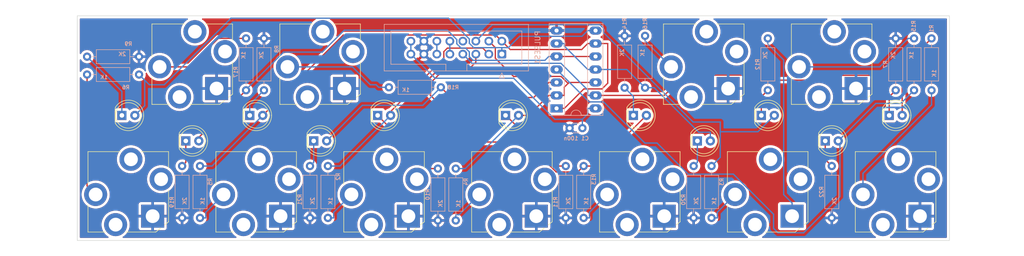
<source format=kicad_pcb>
(kicad_pcb (version 20211014) (generator pcbnew)
  (layers (0 "F.Cu" signal) (31 "B.Cu" signal) (34 "B.Paste" user) (35 "F.Paste" user) (36 "B.SilkS" user "B.Silkscreen") (37 "F.SilkS" user "F.Silkscreen") (38 "B.Mask" user) (39 "F.Mask" user) (44 "Edge.Cuts" user))
  (net 0 "")
  (net 1 "/+12V")
  (net 2 "GND")
  (net 3 "Net-(D1-Pad1)")
  (net 4 "/PULSE7")
  (net 5 "Net-(D2-Pad1)")
  (net 6 "/PULSE4")
  (net 7 "Net-(D3-Pad1)")
  (net 8 "/PULSE2")
  (net 9 "Net-(D4-Pad1)")
  (net 10 "/PULSE1")
  (net 11 "Net-(D5-Pad1)")
  (net 12 "/PULSE3")
  (net 13 "Net-(D6-Pad1)")
  (net 14 "/PULSE6")
  (net 15 "Net-(D7-Pad1)")
  (net 16 "/PULSE5")
  (net 17 "Net-(D8-Pad1)")
  (net 18 "Net-(D8-Pad2)")
  (net 19 "Net-(D9-Pad1)")
  (net 20 "Net-(D9-Pad2)")
  (net 21 "Net-(D10-Pad1)")
  (net 22 "Net-(D10-Pad2)")
  (net 23 "Net-(D11-Pad1)")
  (net 24 "Net-(D11-Pad2)")
  (net 25 "Net-(J1-PadT)")
  (net 26 "Net-(J1-PadS)")
  (net 27 "Net-(J2-PadT)")
  (net 28 "Net-(J3-PadT)")
  (net 29 "Net-(J4-PadT)")
  (net 30 "Net-(J5-PadT)")
  (net 31 "Net-(J6-PadT)")
  (net 32 "Net-(J7-PadT)")
  (net 33 "Net-(J8-PadT)")
  (net 34 "Net-(J9-PadT)")
  (net 35 "Net-(J10-PadT)")
  (net 36 "Net-(J11-PadT)")
  (net 37 "/PULSE8")
  (net 38 "/BUFFCLK")
  (net 39 "/-12V")
  (footprint "ao_tht:LED_D5.0mm" (layer "F.Cu") (at 86.225 127.5)
    (fp_text reference "D8" hide)
    (fp_text value "LED12")
    (pad "1" thru_hole rect locked (at 0 0) (size 1.8 1.8) (drill 0.9) (layers *.Cu *.Mask) (net 17 "Net-(D8-Pad1)"))
    (pad "2" thru_hole circle locked (at 2.54 0) (size 1.8 1.8) (drill 0.9) (layers *.Cu *.Mask) (net 18 "Net-(D8-Pad2)"))
  )
  (footprint "ao_tht:Jack_6.35mm_PJ_629HAN" (layer "F.Cu") (at 125 137.5)
    (fp_text reference "J5" hide)
    (fp_text value "OUT3")
    (pad "R" thru_hole circle locked (at 0.5 -6.4) (size 4.500001 4.500001) (drill 2.7) (layers *.Cu *.Mask))
    (pad "RN" thru_hole circle locked (at 6.4 -2.5) (size 4.500001 4.500001) (drill 2.7) (layers *.Cu *.Mask))
    (pad "S" thru_hole rect locked (at 4.74 4.74) (size 4.500001 4.500001) (drill 2.7) (layers *.Cu *.Mask) (net 2 "GND"))
    (pad "T" thru_hole circle locked (at -6.4 0.5) (size 4.5 4.5) (drill 2.7) (layers *.Cu *.Mask) (net 30 "Net-(J5-PadT)"))
    (pad "TN" thru_hole circle locked (at -2.5 6.4) (size 4.5 4.5) (drill 2.7) (layers *.Cu *.Mask))
  )
  (footprint "ao_tht:LED_D5.0mm" (layer "F.Cu") (at 148.725 122.5)
    (fp_text reference "D2" hide)
    (fp_text value "LED4")
    (pad "1" thru_hole rect locked (at 0 0) (size 1.8 1.8) (drill 0.9) (layers *.Cu *.Mask) (net 5 "Net-(D2-Pad1)"))
    (pad "2" thru_hole circle locked (at 2.54 0) (size 1.8 1.8) (drill 0.9) (layers *.Cu *.Mask) (net 6 "/PULSE4"))
  )
  (footprint "ao_tht:Jack_6.35mm_PJ_629HAN" (layer "F.Cu") (at 75 137.5)
    (fp_text reference "J4" hide)
    (fp_text value "OUT1")
    (pad "R" thru_hole circle locked (at 0.5 -6.4) (size 4.500001 4.500001) (drill 2.7) (layers *.Cu *.Mask))
    (pad "RN" thru_hole circle locked (at 6.4 -2.5) (size 4.500001 4.500001) (drill 2.7) (layers *.Cu *.Mask))
    (pad "S" thru_hole rect locked (at 4.74 4.74) (size 4.500001 4.500001) (drill 2.7) (layers *.Cu *.Mask) (net 2 "GND"))
    (pad "T" thru_hole circle locked (at -6.4 0.5) (size 4.5 4.5) (drill 2.7) (layers *.Cu *.Mask) (net 29 "Net-(J4-PadT)"))
    (pad "TN" thru_hole circle locked (at -2.5 6.4) (size 4.5 4.5) (drill 2.7) (layers *.Cu *.Mask))
  )
  (footprint "ao_tht:Jack_6.35mm_PJ_629HAN" (layer "F.Cu") (at 100 137.5)
    (fp_text reference "J3" hide)
    (fp_text value "OUT2")
    (pad "R" thru_hole circle locked (at 0.5 -6.4) (size 4.500001 4.500001) (drill 2.7) (layers *.Cu *.Mask))
    (pad "RN" thru_hole circle locked (at 6.4 -2.5) (size 4.500001 4.500001) (drill 2.7) (layers *.Cu *.Mask))
    (pad "S" thru_hole rect locked (at 4.74 4.74) (size 4.500001 4.500001) (drill 2.7) (layers *.Cu *.Mask) (net 2 "GND"))
    (pad "T" thru_hole circle locked (at -6.4 0.5) (size 4.5 4.5) (drill 2.7) (layers *.Cu *.Mask) (net 28 "Net-(J3-PadT)"))
    (pad "TN" thru_hole circle locked (at -2.5 6.4) (size 4.5 4.5) (drill 2.7) (layers *.Cu *.Mask))
  )
  (footprint "ao_tht:Jack_6.35mm_PJ_629HAN" (layer "F.Cu") (at 112.5 112.5)
    (fp_text reference "J11" hide)
    (fp_text value "OUT24")
    (pad "R" thru_hole circle locked (at 0.5 -6.4) (size 4.500001 4.500001) (drill 2.7) (layers *.Cu *.Mask))
    (pad "RN" thru_hole circle locked (at 6.4 -2.5) (size 4.500001 4.500001) (drill 2.7) (layers *.Cu *.Mask))
    (pad "S" thru_hole rect locked (at 4.74 4.74) (size 4.500001 4.500001) (drill 2.7) (layers *.Cu *.Mask) (net 2 "GND"))
    (pad "T" thru_hole circle locked (at -6.4 0.5) (size 4.5 4.5) (drill 2.7) (layers *.Cu *.Mask) (net 36 "Net-(J11-PadT)"))
    (pad "TN" thru_hole circle locked (at -2.5 6.4) (size 4.5 4.5) (drill 2.7) (layers *.Cu *.Mask))
  )
  (footprint "ao_tht:LED_D5.0mm" (layer "F.Cu") (at 173.725 122.5)
    (fp_text reference "D7" hide)
    (fp_text value "LED5")
    (pad "1" thru_hole rect locked (at 0 0) (size 1.8 1.8) (drill 0.9) (layers *.Cu *.Mask) (net 15 "Net-(D7-Pad1)"))
    (pad "2" thru_hole circle locked (at 2.54 0) (size 1.8 1.8) (drill 0.9) (layers *.Cu *.Mask) (net 16 "/PULSE5"))
  )
  (footprint "ao_tht:Jack_6.35mm_PJ_629HAN" (layer "F.Cu") (at 87.5 112.5)
    (fp_text reference "J10" hide)
    (fp_text value "OUT12")
    (pad "R" thru_hole circle locked (at 0.5 -6.4) (size 4.500001 4.500001) (drill 2.7) (layers *.Cu *.Mask))
    (pad "RN" thru_hole circle locked (at 6.4 -2.5) (size 4.500001 4.500001) (drill 2.7) (layers *.Cu *.Mask))
    (pad "S" thru_hole rect locked (at 4.74 4.74) (size 4.500001 4.500001) (drill 2.7) (layers *.Cu *.Mask) (net 2 "GND"))
    (pad "T" thru_hole circle locked (at -6.4 0.5) (size 4.5 4.5) (drill 2.7) (layers *.Cu *.Mask) (net 35 "Net-(J10-PadT)"))
    (pad "TN" thru_hole circle locked (at -2.5 6.4) (size 4.5 4.5) (drill 2.7) (layers *.Cu *.Mask))
  )
  (footprint "ao_tht:LED_D5.0mm" (layer "F.Cu") (at 211.225 127.5)
    (fp_text reference "D10" hide)
    (fp_text value "LED1247")
    (pad "1" thru_hole rect locked (at 0 0) (size 1.8 1.8) (drill 0.9) (layers *.Cu *.Mask) (net 21 "Net-(D10-Pad1)"))
    (pad "2" thru_hole circle locked (at 2.54 0) (size 1.8 1.8) (drill 0.9) (layers *.Cu *.Mask) (net 22 "Net-(D10-Pad2)"))
  )
  (footprint "ao_tht:Jack_6.35mm_PJ_629HAN" (layer "F.Cu") (at 212.5 112.5)
    (fp_text reference "J8" hide)
    (fp_text value "1247")
    (pad "R" thru_hole circle locked (at 0.5 -6.4) (size 4.500001 4.500001) (drill 2.7) (layers *.Cu *.Mask))
    (pad "RN" thru_hole circle locked (at 6.4 -2.5) (size 4.500001 4.500001) (drill 2.7) (layers *.Cu *.Mask))
    (pad "S" thru_hole rect locked (at 4.74 4.74) (size 4.500001 4.500001) (drill 2.7) (layers *.Cu *.Mask) (net 2 "GND"))
    (pad "T" thru_hole circle locked (at -6.4 0.5) (size 4.5 4.5) (drill 2.7) (layers *.Cu *.Mask) (net 33 "Net-(J8-PadT)"))
    (pad "TN" thru_hole circle locked (at -2.5 6.4) (size 4.5 4.5) (drill 2.7) (layers *.Cu *.Mask))
  )
  (footprint "ao_tht:Jack_6.35mm_PJ_629HAN" (layer "F.Cu") (at 187.5 112.5)
    (fp_text reference "J9" hide)
    (fp_text value "OUT47")
    (pad "R" thru_hole circle locked (at 0.5 -6.4) (size 4.500001 4.500001) (drill 2.7) (layers *.Cu *.Mask))
    (pad "RN" thru_hole circle locked (at 6.4 -2.5) (size 4.500001 4.500001) (drill 2.7) (layers *.Cu *.Mask))
    (pad "S" thru_hole rect locked (at 4.74 4.74) (size 4.500001 4.500001) (drill 2.7) (layers *.Cu *.Mask) (net 2 "GND"))
    (pad "T" thru_hole circle locked (at -6.4 0.5) (size 4.5 4.5) (drill 2.7) (layers *.Cu *.Mask) (net 34 "Net-(J9-PadT)"))
    (pad "TN" thru_hole circle locked (at -2.5 6.4) (size 4.5 4.5) (drill 2.7) (layers *.Cu *.Mask))
  )
  (footprint "ao_tht:LED_D5.0mm" (layer "F.Cu") (at 223.725 122.5)
    (fp_text reference "D1" hide)
    (fp_text value "LED7")
    (pad "1" thru_hole rect locked (at 0 0) (size 1.8 1.8) (drill 0.9) (layers *.Cu *.Mask) (net 3 "Net-(D1-Pad1)"))
    (pad "2" thru_hole circle locked (at 2.54 0) (size 1.8 1.8) (drill 0.9) (layers *.Cu *.Mask) (net 4 "/PULSE7"))
  )
  (footprint "ao_tht:LED_D5.0mm" (layer "F.Cu") (at 186.225 127.5)
    (fp_text reference "D11" hide)
    (fp_text value "LED47")
    (pad "1" thru_hole rect locked (at 0 0) (size 1.8 1.8) (drill 0.9) (layers *.Cu *.Mask) (net 23 "Net-(D11-Pad1)"))
    (pad "2" thru_hole circle locked (at 2.54 0) (size 1.8 1.8) (drill 0.9) (layers *.Cu *.Mask) (net 24 "Net-(D11-Pad2)"))
  )
  (footprint "ao_tht:Jack_6.35mm_PJ_629HAN" (layer "F.Cu") (at 150 137.5)
    (fp_text reference "J2" hide)
    (fp_text value "OUT4")
    (pad "R" thru_hole circle locked (at 0.5 -6.4) (size 4.500001 4.500001) (drill 2.7) (layers *.Cu *.Mask))
    (pad "RN" thru_hole circle locked (at 6.4 -2.5) (size 4.500001 4.500001) (drill 2.7) (layers *.Cu *.Mask))
    (pad "S" thru_hole rect locked (at 4.74 4.74) (size 4.500001 4.500001) (drill 2.7) (layers *.Cu *.Mask) (net 2 "GND"))
    (pad "T" thru_hole circle locked (at -6.4 0.5) (size 4.5 4.5) (drill 2.7) (layers *.Cu *.Mask) (net 27 "Net-(J2-PadT)"))
    (pad "TN" thru_hole circle locked (at -2.5 6.4) (size 4.5 4.5) (drill 2.7) (layers *.Cu *.Mask))
  )
  (footprint "ao_tht:LED_D5.0mm" (layer "F.Cu") (at 98.725 122.5)
    (fp_text reference "D3" hide)
    (fp_text value "LED2")
    (pad "1" thru_hole rect locked (at 0 0) (size 1.8 1.8) (drill 0.9) (layers *.Cu *.Mask) (net 7 "Net-(D3-Pad1)"))
    (pad "2" thru_hole circle locked (at 2.54 0) (size 1.8 1.8) (drill 0.9) (layers *.Cu *.Mask) (net 8 "/PULSE2"))
  )
  (footprint "ao_tht:LED_D5.0mm" (layer "F.Cu") (at 111.225 127.5)
    (fp_text reference "D9" hide)
    (fp_text value "LED24")
    (pad "1" thru_hole rect locked (at 0 0) (size 1.8 1.8) (drill 0.9) (layers *.Cu *.Mask) (net 19 "Net-(D9-Pad1)"))
    (pad "2" thru_hole circle locked (at 2.54 0) (size 1.8 1.8) (drill 0.9) (layers *.Cu *.Mask) (net 20 "Net-(D9-Pad2)"))
  )
  (footprint "ao_tht:Jack_6.35mm_PJ_629HAN" (layer "F.Cu") (at 175 137.5)
    (fp_text reference "J7" hide)
    (fp_text value "OUT5")
    (pad "R" thru_hole circle locked (at 0.5 -6.4) (size 4.500001 4.500001) (drill 2.7) (layers *.Cu *.Mask))
    (pad "RN" thru_hole circle locked (at 6.4 -2.5) (size 4.500001 4.500001) (drill 2.7) (layers *.Cu *.Mask))
    (pad "S" thru_hole rect locked (at 4.74 4.74) (size 4.500001 4.500001) (drill 2.7) (layers *.Cu *.Mask) (net 2 "GND"))
    (pad "T" thru_hole circle locked (at -6.4 0.5) (size 4.5 4.5) (drill 2.7) (layers *.Cu *.Mask) (net 32 "Net-(J7-PadT)"))
    (pad "TN" thru_hole circle locked (at -2.5 6.4) (size 4.5 4.5) (drill 2.7) (layers *.Cu *.Mask))
  )
  (footprint "ao_tht:Jack_6.35mm_PJ_629HAN" (layer "F.Cu") (at 200 137.5)
    (fp_text reference "J1" hide)
    (fp_text value "OUT6")
    (pad "R" thru_hole circle locked (at 0.5 -6.4) (size 4.500001 4.500001) (drill 2.7) (layers *.Cu *.Mask))
    (pad "RN" thru_hole circle locked (at 6.4 -2.5) (size 4.500001 4.500001) (drill 2.7) (layers *.Cu *.Mask))
    (pad "S" thru_hole rect locked (at 4.74 4.74) (size 4.500001 4.500001) (drill 2.7) (layers *.Cu *.Mask) (net 26 "Net-(J1-PadS)"))
    (pad "T" thru_hole circle locked (at -6.4 0.5) (size 4.5 4.5) (drill 2.7) (layers *.Cu *.Mask) (net 25 "Net-(J1-PadT)"))
    (pad "TN" thru_hole circle locked (at -2.5 6.4) (size 4.5 4.5) (drill 2.7) (layers *.Cu *.Mask))
  )
  (footprint "ao_tht:Jack_6.35mm_PJ_629HAN" (layer "F.Cu") (at 225 137.5)
    (fp_text reference "J6" hide)
    (fp_text value "OUT7")
    (pad "R" thru_hole circle locked (at 0.5 -6.4) (size 4.500001 4.500001) (drill 2.7) (layers *.Cu *.Mask))
    (pad "RN" thru_hole circle locked (at 6.4 -2.5) (size 4.500001 4.500001) (drill 2.7) (layers *.Cu *.Mask))
    (pad "S" thru_hole rect locked (at 4.74 4.74) (size 4.500001 4.500001) (drill 2.7) (layers *.Cu *.Mask) (net 2 "GND"))
    (pad "T" thru_hole circle locked (at -6.4 0.5) (size 4.5 4.5) (drill 2.7) (layers *.Cu *.Mask) (net 31 "Net-(J6-PadT)"))
    (pad "TN" thru_hole circle locked (at -2.5 6.4) (size 4.5 4.5) (drill 2.7) (layers *.Cu *.Mask))
  )
  (footprint "ao_tht:LED_D5.0mm" (layer "F.Cu") (at 73.725 122.5)
    (fp_text reference "D4" hide)
    (fp_text value "LED1")
    (pad "1" thru_hole rect locked (at 0 0) (size 1.8 1.8) (drill 0.9) (layers *.Cu *.Mask) (net 9 "Net-(D4-Pad1)"))
    (pad "2" thru_hole circle locked (at 2.54 0) (size 1.8 1.8) (drill 0.9) (layers *.Cu *.Mask) (net 10 "/PULSE1"))
  )
  (footprint "ao_tht:LED_D5.0mm" (layer "F.Cu") (at 198.725 122.5)
    (fp_text reference "D6" hide)
    (fp_text value "LED6")
    (pad "1" thru_hole rect locked (at 0 0) (size 1.8 1.8) (drill 0.9) (layers *.Cu *.Mask) (net 13 "Net-(D6-Pad1)"))
    (pad "2" thru_hole circle locked (at 2.54 0) (size 1.8 1.8) (drill 0.9) (layers *.Cu *.Mask) (net 14 "/PULSE6"))
  )
  (footprint "ao_tht:LED_D5.0mm" (layer "F.Cu") (at 123.725 122.5)
    (fp_text reference "D5" hide)
    (fp_text value "LED3")
    (pad "1" thru_hole rect locked (at 0 0) (size 1.8 1.8) (drill 0.9) (layers *.Cu *.Mask) (net 11 "Net-(D5-Pad1)"))
    (pad "2" thru_hole circle locked (at 2.54 0) (size 1.8 1.8) (drill 0.9) (layers *.Cu *.Mask) (net 12 "/PULSE3"))
  )
  (footprint "ao_tht:R_Axial_DIN0207_L6.3mm_D2.5mm_P10.16mm_Horizontal" (layer "B.Cu") (at 85.5 132.42 -90)
    (fp_text reference "R19" (at 7.08 2 90) (layer "B.SilkS") (effects (font (size 0.75 0.75)) (justify mirror)))
    (fp_text value "2K" hide)
    (fp_text user "${VALUE}" (at 6.858 -0.508 90) (layer "B.SilkS") (effects (font (size 0.75 0.75)) (justify mirror)))
    (pad "1" thru_hole circle (at 0 0 270) (size 1.6 1.6) (drill 0.8) (layers *.Cu *.Mask) (net 17 "Net-(D8-Pad1)"))
    (pad "2" thru_hole oval (at 10.16 0 270) (size 1.6 1.6) (drill 0.8) (layers *.Cu *.Mask) (net 2 "GND"))
  )
  (footprint "ao_tht:R_Axial_DIN0207_L6.3mm_D2.5mm_P10.16mm_Horizontal" (layer "B.Cu") (at 66.92 111)
    (fp_text reference "R9" (at 8.08 -2.5) (layer "B.SilkS") (effects (font (size 0.75 0.75)) (justify mirror)))
    (fp_text value "2K" hide)
    (fp_text user "${VALUE}" (at 6.858 -0.508) (layer "B.SilkS") (effects (font (size 0.75 0.75)) (justify mirror)))
    (pad "1" thru_hole circle (at 0 0) (size 1.6 1.6) (drill 0.8) (layers *.Cu *.Mask) (net 9 "Net-(D4-Pad1)"))
    (pad "2" thru_hole oval (at 10.16 0) (size 1.6 1.6) (drill 0.8) (layers *.Cu *.Mask) (net 2 "GND"))
  )
  (footprint "ao_tht:R_Axial_DIN0207_L6.3mm_D2.5mm_P10.16mm_Horizontal" (layer "B.Cu") (at 185.5 132.42 -90)
    (fp_text reference "R20" (at 6.58 2 90) (layer "B.SilkS") (effects (font (size 0.75 0.75)) (justify mirror)))
    (fp_text value "2K" hide)
    (fp_text user "${VALUE}" (at 6.858 -0.508 90) (layer "B.SilkS") (effects (font (size 0.75 0.75)) (justify mirror)))
    (pad "1" thru_hole circle (at 0 0 270) (size 1.6 1.6) (drill 0.8) (layers *.Cu *.Mask) (net 23 "Net-(D11-Pad1)"))
    (pad "2" thru_hole oval (at 10.16 0 270) (size 1.6 1.6) (drill 0.8) (layers *.Cu *.Mask) (net 2 "GND"))
  )
  (footprint "ao_tht:R_Axial_DIN0207_L6.3mm_D2.5mm_P10.16mm_Horizontal" (layer "B.Cu") (at 164 132.42 -90)
    (fp_text reference "R13" (at 2.58 -2 90) (layer "B.SilkS") (effects (font (size 0.75 0.75)) (justify mirror)))
    (fp_text value "1K" hide)
    (fp_text user "${VALUE}" (at 6.858 -0.508 90) (layer "B.SilkS") (effects (font (size 0.75 0.75)) (justify mirror)))
    (pad "1" thru_hole circle (at 0 0 270) (size 1.6 1.6) (drill 0.8) (layers *.Cu *.Mask) (net 16 "/PULSE5"))
    (pad "2" thru_hole oval (at 10.16 0 270) (size 1.6 1.6) (drill 0.8) (layers *.Cu *.Mask) (net 32 "Net-(J7-PadT)"))
  )
  (footprint "ao_tht:R_Axial_DIN0207_L6.3mm_D2.5mm_P10.16mm_Horizontal" (layer "B.Cu") (at 232 107.42 -90)
    (fp_text reference "R1" (at -1.92 0 90) (layer "B.SilkS") (effects (font (size 0.75 0.75)) (justify mirror)))
    (fp_text value "1K" hide)
    (fp_text user "${VALUE}" (at 6.858 -0.508 90) (layer "B.SilkS") (effects (font (size 0.75 0.75)) (justify mirror)))
    (pad "1" thru_hole circle (at 0 0 270) (size 1.6 1.6) (drill 0.8) (layers *.Cu *.Mask) (net 4 "/PULSE7"))
    (pad "2" thru_hole oval (at 10.16 0 270) (size 1.6 1.6) (drill 0.8) (layers *.Cu *.Mask) (net 31 "Net-(J6-PadT)"))
  )
  (footprint "ao_tht:R_Axial_DIN0207_L6.3mm_D2.5mm_P10.16mm_Horizontal" (layer "B.Cu") (at 225 117.58 90)
    (fp_text reference "R7" (at 5.08 -2 90) (layer "B.SilkS") (effects (font (size 0.75 0.75)) (justify mirror)))
    (fp_text value "2K" hide)
    (fp_text user "${VALUE}" (at 6.858 -0.508 90) (layer "B.SilkS") (effects (font (size 0.75 0.75)) (justify mirror)))
    (pad "1" thru_hole circle (at 0 0 90) (size 1.6 1.6) (drill 0.8) (layers *.Cu *.Mask) (net 3 "Net-(D1-Pad1)"))
    (pad "2" thru_hole oval (at 10.16 0 90) (size 1.6 1.6) (drill 0.8) (layers *.Cu *.Mask) (net 2 "GND"))
  )
  (footprint "ao_tht:R_Axial_DIN0207_L6.3mm_D2.5mm_P10.16mm_Horizontal" (layer "B.Cu") (at 189 132.42 -90)
    (fp_text reference "R3" (at 3.08 -2 90) (layer "B.SilkS") (effects (font (size 0.75 0.75)) (justify mirror)))
    (fp_text value "1K" hide)
    (fp_text user "${VALUE}" (at 6.858 -0.508 90) (layer "B.SilkS") (effects (font (size 0.75 0.75)) (justify mirror)))
    (pad "1" thru_hole circle (at 0 0 270) (size 1.6 1.6) (drill 0.8) (layers *.Cu *.Mask) (net 14 "/PULSE6"))
    (pad "2" thru_hole oval (at 10.16 0 270) (size 1.6 1.6) (drill 0.8) (layers *.Cu *.Mask) (net 25 "Net-(J1-PadT)"))
  )
  (footprint "ao_tht:R_Axial_DIN0207_L6.3mm_D2.5mm_P10.16mm_Horizontal" (layer "B.Cu") (at 101.5 117.58 90)
    (fp_text reference "R8" (at 8.08 2.5 90) (layer "B.SilkS") (effects (font (size 0.75 0.75)) (justify mirror)))
    (fp_text value "2K" hide)
    (fp_text user "${VALUE}" (at 6.858 -0.508 90) (layer "B.SilkS") (effects (font (size 0.75 0.75)) (justify mirror)))
    (pad "1" thru_hole circle (at 0 0 90) (size 1.6 1.6) (drill 0.8) (layers *.Cu *.Mask) (net 7 "Net-(D3-Pad1)"))
    (pad "2" thru_hole oval (at 10.16 0 90) (size 1.6 1.6) (drill 0.8) (layers *.Cu *.Mask) (net 2 "GND"))
  )
  (footprint "ao_tht:R_Axial_DIN0207_L6.3mm_D2.5mm_P10.16mm_Horizontal" (layer "B.Cu") (at 89 132.42 -90)
    (fp_text reference "R5" (at 3.08 -2 90) (layer "B.SilkS") (effects (font (size 0.75 0.75)) (justify mirror)))
    (fp_text value "1K" hide)
    (fp_text user "${VALUE}" (at 6.858 -0.508 90) (layer "B.SilkS") (effects (font (size 0.75 0.75)) (justify mirror)))
    (pad "1" thru_hole circle (at 0 0 270) (size 1.6 1.6) (drill 0.8) (layers *.Cu *.Mask) (net 8 "/PULSE2"))
    (pad "2" thru_hole oval (at 10.16 0 270) (size 1.6 1.6) (drill 0.8) (layers *.Cu *.Mask) (net 28 "Net-(J3-PadT)"))
  )
  (footprint "ao_tht:R_Axial_DIN0207_L6.3mm_D2.5mm_P10.16mm_Horizontal" (layer "B.Cu") (at 77.08 114.5 180)
    (fp_text reference "R6" (at 2.58 -2.5) (layer "B.SilkS") (effects (font (size 0.75 0.75)) (justify mirror)))
    (fp_text value "1K" hide)
    (fp_text user "${VALUE}" (at 6.858 -0.508) (layer "B.SilkS") (effects (font (size 0.75 0.75)) (justify mirror)))
    (pad "1" thru_hole circle (at 0 0 180) (size 1.6 1.6) (drill 0.8) (layers *.Cu *.Mask) (net 10 "/PULSE1"))
    (pad "2" thru_hole oval (at 10.16 0 180) (size 1.6 1.6) (drill 0.8) (layers *.Cu *.Mask) (net 29 "Net-(J4-PadT)"))
  )
  (footprint "ao_tht:R_Axial_DIN0207_L6.3mm_D2.5mm_P10.16mm_Horizontal" (layer "B.Cu") (at 135.5 132.92 -90)
    (fp_text reference "R10" (at 5.08 2 90) (layer "B.SilkS") (effects (font (size 0.75 0.75)) (justify mirror)))
    (fp_text value "2K" hide)
    (fp_text user "${VALUE}" (at 6.858 -0.508 90) (layer "B.SilkS") (effects (font (size 0.75 0.75)) (justify mirror)))
    (pad "1" thru_hole circle (at 0 0 270) (size 1.6 1.6) (drill 0.8) (layers *.Cu *.Mask) (net 11 "Net-(D5-Pad1)"))
    (pad "2" thru_hole oval (at 10.16 0 270) (size 1.6 1.6) (drill 0.8) (layers *.Cu *.Mask) (net 2 "GND"))
  )
  (footprint "ao_tht:R_Axial_DIN0207_L6.3mm_D2.5mm_P10.16mm_Horizontal" (layer "B.Cu") (at 200 117.58 90)
    (fp_text reference "R12" (at 5.08 -2 90) (layer "B.SilkS") (effects (font (size 0.75 0.75)) (justify mirror)))
    (fp_text value "2K" hide)
    (fp_text user "${VALUE}" (at 6.858 -0.508 90) (layer "B.SilkS") (effects (font (size 0.75 0.75)) (justify mirror)))
    (pad "1" thru_hole circle (at 0 0 90) (size 1.6 1.6) (drill 0.8) (layers *.Cu *.Mask) (net 13 "Net-(D6-Pad1)"))
    (pad "2" thru_hole oval (at 10.16 0 90) (size 1.6 1.6) (drill 0.8) (layers *.Cu *.Mask) (net 26 "Net-(J1-PadS)"))
  )
  (footprint "ao_tht:R_Axial_DIN0207_L6.3mm_D2.5mm_P10.16mm_Horizontal" (layer "B.Cu") (at 228.58 117.58 90)
    (fp_text reference "R15" (at 12.58 -0.08 90) (layer "B.SilkS") (effects (font (size 0.75 0.75)) (justify mirror)))
    (fp_text value "1K" hide)
    (fp_text user "${VALUE}" (at 6.858 -0.508 90) (layer "B.SilkS") (effects (font (size 0.75 0.75)) (justify mirror)))
    (pad "1" thru_hole circle (at 0 0 90) (size 1.6 1.6) (drill 0.8) (layers *.Cu *.Mask) (net 22 "Net-(D10-Pad2)"))
    (pad "2" thru_hole oval (at 10.16 0 90) (size 1.6 1.6) (drill 0.8) (layers *.Cu *.Mask) (net 33 "Net-(J8-PadT)"))
  )
  (footprint "ao_tht:R_Axial_DIN0207_L6.3mm_D2.5mm_P10.16mm_Horizontal" (layer "B.Cu") (at 114 132.42 -90)
    (fp_text reference "R2" (at 2.08 -2 90) (layer "B.SilkS") (effects (font (size 0.75 0.75)) (justify mirror)))
    (fp_text value "1K" hide)
    (fp_text user "${VALUE}" (at 6.858 -0.508 90) (layer "B.SilkS") (effects (font (size 0.75 0.75)) (justify mirror)))
    (pad "1" thru_hole circle (at 0 0 270) (size 1.6 1.6) (drill 0.8) (layers *.Cu *.Mask) (net 12 "/PULSE3"))
    (pad "2" thru_hole oval (at 10.16 0 270) (size 1.6 1.6) (drill 0.8) (layers *.Cu *.Mask) (net 30 "Net-(J5-PadT)"))
  )
  (footprint "ao_tht:R_Axial_DIN0207_L6.3mm_D2.5mm_P10.16mm_Horizontal" (layer "B.Cu") (at 212.5 132.42 -90)
    (fp_text reference "R22" (at 5.08 2 90) (layer "B.SilkS") (effects (font (size 0.75 0.75)) (justify mirror)))
    (fp_text value "2K" hide)
    (fp_text user "${VALUE}" (at 6.858 -0.508 90) (layer "B.SilkS") (effects (font (size 0.75 0.75)) (justify mirror)))
    (pad "1" thru_hole circle (at 0 0 270) (size 1.6 1.6) (drill 0.8) (layers *.Cu *.Mask) (net 21 "Net-(D10-Pad1)"))
    (pad "2" thru_hole oval (at 10.16 0 270) (size 1.6 1.6) (drill 0.8) (layers *.Cu *.Mask) (net 2 "GND"))
  )
  (footprint "Connector_IDC:IDC-Header_2x08_P2.54mm_Vertical" (layer "B.Cu") (at 148 110.5 90)
    (fp_text reference "PULSES1" (at 1.27 7 90) (layer "B.SilkS") (effects (justify mirror)))
    (fp_text value "MA08-2" hide)
    (pad "1" thru_hole roundrect (at 0 0 90) (size 1.7 1.7) (drill 1) (layers *.Cu *.Mask) (roundrect_rratio 0.1470588235) (net 10 "/PULSE1"))
    (pad "2" thru_hole circle (at 2.54 0 90) (size 1.7 1.7) (drill 1) (layers *.Cu *.Mask) (net 8 "/PULSE2"))
    (pad "3" thru_hole circle (at 0 -2.54 90) (size 1.7 1.7) (drill 1) (layers *.Cu *.Mask) (net 12 "/PULSE3"))
    (pad "4" thru_hole circle (at 2.54 -2.54 90) (size 1.7 1.7) (drill 1) (layers *.Cu *.Mask) (net 6 "/PULSE4"))
    (pad "5" thru_hole circle (at 0 -5.08 90) (size 1.7 1.7) (drill 1) (layers *.Cu *.Mask) (net 16 "/PULSE5"))
    (pad "6" thru_hole circle (at 2.54 -5.08 90) (size 1.7 1.7) (drill 1) (layers *.Cu *.Mask) (net 14 "/PULSE6"))
    (pad "7" thru_hole circle (at 0 -7.62 90) (size 1.7 1.7) (drill 1) (layers *.Cu *.Mask) (net 4 "/PULSE7"))
    (pad "8" thru_hole circle (at 2.54 -7.62 90) (size 1.7 1.7) (drill 1) (layers *.Cu *.Mask) (net 37 "/PULSE8"))
    (pad "9" thru_hole circle (at 0 -10.16 90) (size 1.7 1.7) (drill 1) (layers *.Cu *.Mask) (net 38 "/BUFFCLK"))
    (pad "10" thru_hole circle (at 2.54 -10.16 90) (size 1.7 1.7) (drill 1) (layers *.Cu *.Mask) (net 38 "/BUFFCLK"))
    (pad "11" thru_hole circle (at 0 -12.7 90) (size 1.7 1.7) (drill 1) (layers *.Cu *.Mask) (net 39 "/-12V"))
    (pad "12" thru_hole circle (at 2.54 -12.7 90) (size 1.7 1.7) (drill 1) (layers *.Cu *.Mask) (net 39 "/-12V"))
    (pad "13" thru_hole circle (at 0 -15.24 90) (size 1.7 1.7) (drill 1) (layers *.Cu *.Mask) (net 2 "GND"))
    (pad "14" thru_hole circle (at 2.54 -15.24 90) (size 1.7 1.7) (drill 1) (layers *.Cu *.Mask) (net 2 "GND"))
    (pad "15" thru_hole circle (at 0 -17.78 90) (size 1.7 1.7) (drill 1) (layers *.Cu *.Mask) (net 1 "/+12V"))
    (pad "16" thru_hole circle (at 2.54 -17.78 90) (size 1.7 1.7) (drill 1) (layers *.Cu *.Mask) (net 1 "/+12V"))
  )
  (footprint "ao_tht:R_Axial_DIN0207_L6.3mm_D2.5mm_P10.16mm_Horizontal" (layer "B.Cu") (at 110.5 132.42 -90)
    (fp_text reference "R21" (at 6.58 2 90) (layer "B.SilkS") (effects (font (size 0.75 0.75)) (justify mirror)))
    (fp_text value "2K" hide)
    (fp_text user "${VALUE}" (at 6.858 -0.508 90) (layer "B.SilkS") (effects (font (size 0.75 0.75)) (justify mirror)))
    (pad "1" thru_hole circle (at 0 0 270) (size 1.6 1.6) (drill 0.8) (layers *.Cu *.Mask) (net 19 "Net-(D9-Pad1)"))
    (pad "2" thru_hole oval (at 10.16 0 270) (size 1.6 1.6) (drill 0.8) (layers *.Cu *.Mask) (net 2 "GND"))
  )
  (footprint "ao_tht:DIP-14_W7.62mm_Socket_LongPads" (layer "B.Cu") (at 158.7 121.125)
    (fp_text reference "U1" hide)
    (fp_text value "4081")
    (pad "1" thru_hole rect locked (at 0 0) (size 2.4 1.6) (drill 0.8) (layers *.Cu *.Mask) (net 8 "/PULSE2"))
    (pad "2" thru_hole oval locked (at 0 -2.54) (size 2.4 1.6) (drill 0.8) (layers *.Cu *.Mask) (net 6 "/PULSE4"))
    (pad "3" thru_hole oval locked (at 0 -5.08) (size 2.4 1.6) (drill 0.8) (layers *.Cu *.Mask) (net 20 "Net-(D9-Pad2)"))
    (pad "4" thru_hole oval locked (at 0 -7.62) (size 2.4 1.6) (drill 0.8) (layers *.Cu *.Mask) (net 22 "Net-(D10-Pad2)"))
    (pad "5" thru_hole oval locked (at 0 -10.16) (size 2.4 1.6) (drill 0.8) (layers *.Cu *.Mask) (net 18 "Net-(D8-Pad2)"))
    (pad "6" thru_hole oval locked (at 0 -12.7) (size 2.4 1.6) (drill 0.8) (layers *.Cu *.Mask) (net 24 "Net-(D11-Pad2)"))
    (pad "7" thru_hole oval locked (at 0 -15.24) (size 2.4 1.6) (drill 0.8) (layers *.Cu *.Mask) (net 2 "GND"))
    (pad "8" thru_hole oval locked (at 7.62 -15.24) (size 2.4 1.6) (drill 0.8) (layers *.Cu *.Mask) (net 10 "/PULSE1"))
    (pad "9" thru_hole oval locked (at 7.62 -12.7) (size 2.4 1.6) (drill 0.8) (layers *.Cu *.Mask) (net 8 "/PULSE2"))
    (pad "10" thru_hole oval locked (at 7.62 -10.16) (size 2.4 1.6) (drill 0.8) (layers *.Cu *.Mask) (net 18 "Net-(D8-Pad2)"))
    (pad "11" thru_hole oval locked (at 7.62 -7.62) (size 2.4 1.6) (drill 0.8) (layers *.Cu *.Mask) (net 24 "Net-(D11-Pad2)"))
    (pad "12" thru_hole oval locked (at 7.62 -5.08) (size 2.4 1.6) (drill 0.8) (layers *.Cu *.Mask) (net 6 "/PULSE4"))
    (pad "13" thru_hole oval locked (at 7.62 -2.54) (size 2.4 1.6) (drill 0.8) (layers *.Cu *.Mask) (net 4 "/PULSE7"))
    (pad "14" thru_hole oval locked (at 7.62 0) (size 2.4 1.6) (drill 0.8) (layers *.Cu *.Mask) (net 1 "/+12V"))
  )
  (footprint "ao_tht:R_Axial_DIN0207_L6.3mm_D2.5mm_P10.16mm_Horizontal" (layer "B.Cu") (at 136.08 117 180)
    (fp_text reference "R18" (at -2.42 0) (layer "B.SilkS") (effects (font (size 0.75 0.75)) (justify mirror)))
    (fp_text value "1K" hide)
    (fp_text user "${VALUE}" (at 6.858 -0.508) (layer "B.SilkS") (effects (font (size 0.75 0.75)) (justify mirror)))
    (pad "1" thru_hole circle (at 0 0 180) (size 1.6 1.6) (drill 0.8) (layers *.Cu *.Mask) (net 20 "Net-(D9-Pad2)"))
    (pad "2" thru_hole oval (at 10.16 0 180) (size 1.6 1.6) (drill 0.8) (layers *.Cu *.Mask) (net 36 "Net-(J11-PadT)"))
  )
  (footprint "ao_tht:C_Disc_D3.0mm_W1.6mm_P2.50mm" (layer "B.Cu") (at 163.75 125 180)
    (fp_text reference "C1" (at -0.5 -2) (layer "B.SilkS") (effects (font (size 0.75 0.75)) (justify mirror)))
    (fp_text value "100n" hide)
    (fp_text user "${VALUE}" (at 2.25 -2) (layer "B.SilkS") (effects (font (size 0.75 0.75)) (justify mirror)))
    (pad "1" thru_hole circle (at 0 0 180) (size 1.6 1.6) (drill 0.8) (layers *.Cu *.Mask) (net 1 "/+12V"))
    (pad "2" thru_hole circle (at 2.5 0 180) (size 1.6 1.6) (drill 0.8) (layers *.Cu *.Mask) (net 2 "GND"))
  )
  (footprint "ao_tht:R_Axial_DIN0207_L6.3mm_D2.5mm_P10.16mm_Horizontal" (layer "B.Cu") (at 160.5 132.42 -90)
    (fp_text reference "R11" (at 7.08 2 90) (layer "B.SilkS") (effects (font (size 0.75 0.75)) (justify mirror)))
    (fp_text value "2K" hide)
    (fp_text user "${VALUE}" (at 6.858 -0.508 90) (layer "B.SilkS") (effects (font (size 0.75 0.75)) (justify mirror)))
    (pad "1" thru_hole circle (at 0 0 270) (size 1.6 1.6) (drill 0.8) (layers *.Cu *.Mask) (net 5 "Net-(D2-Pad1)"))
    (pad "2" thru_hole oval (at 10.16 0 270) (size 1.6 1.6) (drill 0.8) (layers *.Cu *.Mask) (net 2 "GND"))
  )
  (footprint "ao_tht:R_Axial_DIN0207_L6.3mm_D2.5mm_P10.16mm_Horizontal" (layer "B.Cu") (at 98 117.58 90)
    (fp_text reference "R17" (at 3.58 -2 90) (layer "B.SilkS") (effects (font (size 0.75 0.75)) (justify mirror)))
    (fp_text value "1K" hide)
    (fp_text user "${VALUE}" (at 6.858 -0.508 90) (layer "B.SilkS") (effects (font (size 0.75 0.75)) (justify mirror)))
    (pad "1" thru_hole circle (at 0 0 90) (size 1.6 1.6) (drill 0.8) (layers *.Cu *.Mask) (net 18 "Net-(D8-Pad2)"))
    (pad "2" thru_hole oval (at 10.16 0 90) (size 1.6 1.6) (drill 0.8) (layers *.Cu *.Mask) (net 35 "Net-(J10-PadT)"))
  )
  (footprint "ao_tht:R_Axial_DIN0207_L6.3mm_D2.5mm_P10.16mm_Horizontal" (layer "B.Cu") (at 176 117.08 90)
    (fp_text reference "R16" (at 12.58 0 90) (layer "B.SilkS") (effects (font (size 0.75 0.75)) (justify mirror)))
    (fp_text value "1K" hide)
    (fp_text user "${VALUE}" (at 6.858 -0.508 90) (layer "B.SilkS") (effects (font (size 0.75 0.75)) (justify mirror)))
    (pad "1" thru_hole circle (at 0 0 90) (size 1.6 1.6) (drill 0.8) (layers *.Cu *.Mask) (net 24 "Net-(D11-Pad2)"))
    (pad "2" thru_hole oval (at 10.16 0 90) (size 1.6 1.6) (drill 0.8) (layers *.Cu *.Mask) (net 34 "Net-(J9-PadT)"))
  )
  (footprint "ao_tht:R_Axial_DIN0207_L6.3mm_D2.5mm_P10.16mm_Horizontal" (layer "B.Cu") (at 139 132.92 -90)
    (fp_text reference "R4" (at 2.58 -2 90) (layer "B.SilkS") (effects (font (size 0.75 0.75)) (justify mirror)))
    (fp_text value "1K" hide)
    (fp_text user "${VALUE}" (at 6.858 -0.508 90) (layer "B.SilkS") (effects (font (size 0.75 0.75)) (justify mirror)))
    (pad "1" thru_hole circle (at 0 0 270) (size 1.6 1.6) (drill 0.8) (layers *.Cu *.Mask) (net 6 "/PULSE4"))
    (pad "2" thru_hole oval (at 10.16 0 270) (size 1.6 1.6) (drill 0.8) (layers *.Cu *.Mask) (net 27 "Net-(J2-PadT)"))
  )
  (footprint "ao_tht:R_Axial_DIN0207_L6.3mm_D2.5mm_P10.16mm_Horizontal" (layer "B.Cu") (at 172 117.08 90)
    (fp_text reference "R14" (at 12.58 0 90) (layer "B.SilkS") (effects (font (size 0.75 0.75)) (justify mirror)))
    (fp_text value "2K" hide)
    (fp_text user "${VALUE}" (at 6.858 -0.508 90) (layer "B.SilkS") (effects (font (size 0.75 0.75)) (justify mirror)))
    (pad "1" thru_hole circle (at 0 0 90) (size 1.6 1.6) (drill 0.8) (layers *.Cu *.Mask) (net 15 "Net-(D7-Pad1)"))
    (pad "2" thru_hole oval (at 10.16 0 90) (size 1.6 1.6) (drill 0.8) (layers *.Cu *.Mask) (net 2 "GND"))
  )
  (gr_rect (start 65 103) (end 235.5 147) (layer "Edge.Cuts") (width 0.1) (fill none))
  (segment (start 163.75 125) (end 163.75 123.2649) (width 0.25) (layer "B.Cu") (net 1))
  (segment (start 164.7947 122.2202) (end 163.75 123.2649) (width 0.25) (layer "B.Cu") (net 1))
  (segment (start 150.3166 115.2253) (end 134.9453 115.2253) (width 0.25) (layer "B.Cu") (net 1))
  (segment (start 130.22 107.96) (end 130.22 110.5) (width 0.25) (layer "B.Cu") (net 1))
  (segment (start 163.75 123.2649) (end 158.3562 123.2649) (width 0.25) (layer "B.Cu") (net 1))
  (segment (start 134.9453 115.2253) (end 130.22 110.5) (width 0.25) (layer "B.Cu") (net 1))
  (segment (start 164.7947 121.125) (end 164.7947 122.2202) (width 0.25) (layer "B.Cu") (net 1))
  (segment (start 158.3562 123.2649) (end 150.3166 115.2253) (width 0.25) (layer "B.Cu") (net 1))
  (segment (start 166.32 121.125) (end 164.7947 121.125) (width 0.25) (layer "B.Cu") (net 1))
  (segment (start 223.725 118.855) (end 223.725 122.5) (width 0.25) (layer "F.Cu") (net 3))
  (segment (start 225 117.58) (end 223.725 118.855) (width 0.25) (layer "F.Cu") (net 3))
  (segment (start 226.265 114.6487) (end 226.265 113.155) (width 0.25) (layer "F.Cu") (net 4))
  (segment (start 179.755 118.585) (end 183.7281 114.6119) (width 0.25) (layer "F.Cu") (net 4))
  (segment (start 201.1483 115.5983) (end 207.7417 115.5983) (width 0.25) (layer "F.Cu") (net 4))
  (segment (start 183.7281 114.6119) (end 200.1619 114.6119) (width 0.25) (layer "F.Cu") (net 4))
  (segment (start 166.32 118.585) (end 179.755 118.585) (width 0.25) (layer "F.Cu") (net 4))
  (segment (start 208.6913 114.6487) (end 226.265 114.6487) (width 0.25) (layer "F.Cu") (net 4))
  (segment (start 200.1619 114.6119) (end 201.1483 115.5983) (width 0.25) (layer "F.Cu") (net 4))
  (segment (start 207.7417 115.5983) (end 208.6913 114.6487) (width 0.25) (layer "F.Cu") (net 4))
  (segment (start 226.265 122.5) (end 226.265 114.6487) (width 0.25) (layer "F.Cu") (net 4))
  (segment (start 226.265 113.155) (end 232 107.42) (width 0.25) (layer "F.Cu") (net 4))
  (segment (start 164.7947 118.585) (end 164.7947 117.5364) (width 0.25) (layer "B.Cu") (net 4))
  (segment (start 159.5583 112.3) (end 142.18 112.3) (width 0.25) (layer "B.Cu") (net 4))
  (segment (start 164.7947 117.5364) (end 159.5583 112.3) (width 0.25) (layer "B.Cu") (net 4))
  (segment (start 166.32 118.585) (end 164.7947 118.585) (width 0.25) (layer "B.Cu") (net 4))
  (segment (start 142.18 112.3) (end 140.38 110.5) (width 0.25) (layer "B.Cu") (net 4))
  (segment (start 160.5 132.42) (end 158.72 132.42) (width 0.25) (layer "F.Cu") (net 5))
  (segment (start 148.8 122.5) (end 148.725 122.5) (width 0.25) (layer "F.Cu") (net 5))
  (segment (start 158.72 132.42) (end 148.8 122.5) (width 0.25) (layer "F.Cu") (net 5))
  (segment (start 161.1425 116.045) (end 166.32 116.045) (width 0.25) (layer "F.Cu") (net 6))
  (segment (start 159.5842 114.8715) (end 150.2936 114.8715) (width 0.25) (layer "F.Cu") (net 6))
  (segment (start 146.7295 109.2295) (end 145.46 107.96) (width 0.25) (layer "F.Cu") (net 6))
  (segment (start 160.9501 116.2374) (end 161.1425 116.045) (width 0.25) (layer "F.Cu") (net 6))
  (segment (start 150.2936 114.8715) (end 146.7295 111.3074) (width 0.25) (layer "F.Cu") (net 6))
  (segment (start 160.2253 118.585) (end 160.2253 116.9622) (width 0.25) (layer "F.Cu") (net 6))
  (segment (start 146.7295 111.3074) (end 146.7295 109.2295) (width 0.25) (layer "F.Cu") (net 6))
  (segment (start 160.9501 116.2374) (end 159.5842 114.8715) (width 0.25) (layer "F.Cu") (net 6))
  (segment (start 157.1747 118.585) (end 153.2597 122.5) (width 0.25) (layer "F.Cu") (net 6))
  (segment (start 158.7 118.585) (end 157.1747 118.585) (width 0.25) (layer "F.Cu") (net 6))
  (segment (start 160.2253 116.9622) (end 160.9501 116.2374) (width 0.25) (layer "F.Cu") (net 6))
  (segment (start 158.7 118.585) (end 160.2253 118.585) (width 0.25) (layer "F.Cu") (net 6))
  (segment (start 153.2597 122.5) (end 151.265 122.5) (width 0.25) (layer "F.Cu") (net 6))
  (segment (start 140.845 132.92) (end 151.265 122.5) (width 0.25) (layer "B.Cu") (net 6))
  (segment (start 139 132.92) (end 140.845 132.92) (width 0.25) (layer "B.Cu") (net 6))
  (segment (start 101.5 117.58) (end 98.725 120.355) (width 0.25) (layer "B.Cu") (net 7))
  (segment (start 98.725 120.355) (end 98.725 122.5) (width 0.25) (layer "B.Cu") (net 7))
  (segment (start 167.585 117.315) (end 164.0353 117.315) (width 0.25) (layer "F.Cu") (net 8))
  (segment (start 149.64 109.6) (end 148 107.96) (width 0.25) (layer "F.Cu") (net 8))
  (segment (start 166.32 108.425) (end 164.7947 108.425) (width 0.25) (layer "F.Cu") (net 8))
  (segment (start 164.0353 117.315) (end 160.2253 121.125) (width 0.25) (layer "F.Cu") (net 8))
  (segment (start 146.7998 106.7598) (end 117.0052 106.7598) (width 0.25) (layer "F.Cu") (net 8))
  (segment (start 148 107.96) (end 146.7998 106.7598) (width 0.25) (layer "F.Cu") (net 8))
  (segment (start 163.6197 109.6) (end 149.64 109.6) (width 0.25) (layer "F.Cu") (net 8))
  (segment (start 168.7 108.425) (end 168.7 116.2) (width 0.25) (layer "F.Cu") (net 8))
  (segment (start 160.2253 121.125) (end 158.7 121.125) (width 0.25) (layer "F.Cu") (net 8))
  (segment (start 168.7 116.2) (end 167.585 117.315) (width 0.25) (layer "F.Cu") (net 8))
  (segment (start 166.32 108.425) (end 168.7 108.425) (width 0.25) (layer "F.Cu") (net 8))
  (segment (start 117.0052 106.7598) (end 101.265 122.5) (width 0.25) (layer "F.Cu") (net 8))
  (segment (start 164.7947 108.425) (end 163.6197 109.6) (width 0.25) (layer "F.Cu") (net 8))
  (segment (start 89 132.42) (end 91.345 132.42) (width 0.25) (layer "B.Cu") (net 8))
  (segment (start 91.345 132.42) (end 101.265 122.5) (width 0.25) (layer "B.Cu") (net 8))
  (segment (start 73.725 117.805) (end 73.725 122.5) (width 0.25) (layer "B.Cu") (net 9))
  (segment (start 66.92 111) (end 73.725 117.805) (width 0.25) (layer "B.Cu") (net 9))
  (segment (start 79.08 116.5) (end 78.1906 115.6106) (width 0.25) (layer "B.Cu") (net 10))
  (segment (start 148 109.23) (end 148 110.5) (width 0.25) (layer "B.Cu") (net 10))
  (segment (start 151.4896 107.0104) (end 149.27 109.23) (width 0.25) (layer "B.Cu") (net 10))
  (segment (start 82.0133 116.5) (end 79.08 116.5) (width 0.25) (layer "B.Cu") (net 10))
  (segment (start 78.1906 115.6106) (end 78.1906 120.5744) (width 0.25) (layer "B.Cu") (net 10))
  (segment (start 141.65 107.5404) (end 137.575 103.4654) (width 0.25) (layer "B.Cu") (net 10))
  (segment (start 95.0479 103.4654) (end 82.0133 116.5) (width 0.25) (layer "B.Cu") (net 10))
  (segment (start 163.6693 107.0104) (end 151.4896 107.0104) (width 0.25) (layer "B.Cu") (net 10))
  (segment (start 78.1906 115.6106) (end 77.08 114.5) (width 0.25) (layer "B.Cu") (net 10))
  (segment (start 148 109.23) (end 142.498 109.23) (width 0.25) (layer "B.Cu") (net 10))
  (segment (start 141.65 108.382) (end 141.65 107.5404) (width 0.25) (layer "B.Cu") (net 10))
  (segment (start 166.32 105.885) (end 164.7947 105.885) (width 0.25) (layer "B.Cu") (net 10))
  (segment (start 78.1906 120.5744) (end 76.265 122.5) (width 0.25) (layer "B.Cu") (net 10))
  (segment (start 164.7947 105.885) (end 163.6693 107.0104) (width 0.25) (layer "B.Cu") (net 10))
  (segment (start 142.498 109.23) (end 141.65 108.382) (width 0.25) (layer "B.Cu") (net 10))
  (segment (start 137.575 103.4654) (end 95.0479 103.4654) (width 0.25) (layer "B.Cu") (net 10))
  (segment (start 149.27 109.23) (end 148 109.23) (width 0.25) (layer "B.Cu") (net 10))
  (segment (start 135.5 132.92) (end 134.12 132.92) (width 0.25) (layer "F.Cu") (net 11))
  (segment (start 123.725 122.525) (end 123.725 122.5) (width 0.25) (layer "F.Cu") (net 11))
  (segment (start 134.12 132.92) (end 123.725 122.525) (width 0.25) (layer "F.Cu") (net 11))
  (segment (start 145.46 110.5) (end 144.2846 109.3246) (width 0.25) (layer "F.Cu") (net 12))
  (segment (start 144.2846 109.3246) (end 141.0586 109.3246) (width 0.25) (layer "F.Cu") (net 12))
  (segment (start 126.265 121.735) (end 126.265 122.5) (width 0.25) (layer "F.Cu") (net 12))
  (segment (start 136.665489 111.334511) (end 126.265 121.735) (width 0.25) (layer "F.Cu") (net 12))
  (segment (start 141.0586 109.3246) (end 141.059489 109.325489) (width 0.25) (layer "F.Cu") (net 12))
  (segment (start 137.353501 109.325489) (end 136.665489 110.013501) (width 0.25) (layer "F.Cu") (net 12))
  (segment (start 136.665489 110.013501) (end 136.665489 111.334511) (width 0.25) (layer "F.Cu") (net 12))
  (segment (start 141.059489 109.325489) (end 137.353501 109.325489) (width 0.25) (layer "F.Cu") (net 12))
  (segment (start 126.265 122.5) (end 116.345 132.42) (width 0.25) (layer "B.Cu") (net 12))
  (segment (start 116.345 132.42) (end 114 132.42) (width 0.25) (layer "B.Cu") (net 12))
  (segment (start 200 117.58) (end 198.725 118.855) (width 0.25) (layer "F.Cu") (net 13))
  (segment (start 198.725 118.855) (end 198.725 122.5) (width 0.25) (layer "F.Cu") (net 13))
  (segment (start 185.4 123.8) (end 190.7 123.8) (width 0.25) (layer "B.Cu") (net 14))
  (segment (start 201.265 122.5) (end 198.065 125.7) (width 0.25) (layer "B.Cu") (net 14))
  (segment (start 198.065 125.7) (end 190.7 125.7) (width 0.25) (layer "B.Cu") (net 14))
  (segment (start 167.171711 104.7464) (end 167.84452 105.419209) (width 0.25) (layer "B.Cu") (net 14))
  (segment (start 142.92 107.96) (end 146.1336 104.7464) (width 0.25) (layer "B.Cu") (net 14))
  (segment (start 190.7 123.8) (end 190.7 130.72) (width 0.25) (layer "B.Cu") (net 14))
  (segment (start 190.7 130.72) (end 189 132.42) (width 0.25) (layer "B.Cu") (net 14))
  (segment (start 146.1336 104.7464) (end 167.171711 104.7464) (width 0.25) (layer "B.Cu") (net 14))
  (segment (start 167.84452 106.24452) (end 185.4 123.8) (width 0.25) (layer "B.Cu") (net 14))
  (segment (start 167.84452 105.419209) (end 167.84452 106.24452) (width 0.25) (layer "B.Cu") (net 14))
  (segment (start 173.725 118.805) (end 173.725 122.5) (width 0.25) (layer "B.Cu") (net 15))
  (segment (start 172 117.08) (end 173.725 118.805) (width 0.25) (layer "B.Cu") (net 15))
  (segment (start 143.1934 127.7164) (end 152.759 127.7164) (width 0.25) (layer "F.Cu") (net 16))
  (segment (start 166.345 132.42) (end 164 132.42) (width 0.25) (layer "F.Cu") (net 16))
  (segment (start 152.759 127.7164) (end 158.6198 133.5772) (width 0.25) (layer "F.Cu") (net 16))
  (segment (start 134 116.21) (end 134 118.523) (width 0.25) (layer "F.Cu") (net 16))
  (segment (start 142 113) (end 137.21 113) (width 0.25) (layer "F.Cu") (net 16))
  (segment (start 142.92 112.08) (end 142 113) (width 0.25) (layer "F.Cu") (net 16))
  (segment (start 137.21 113) (end 134 116.21) (width 0.25) (layer "F.Cu") (net 16))
  (segment (start 142.92 110.5) (end 142.92 112.08) (width 0.25) (layer "F.Cu") (net 16))
  (segment (start 158.6198 133.5772) (end 162.8428 133.5772) (width 0.25) (layer "F.Cu") (net 16))
  (segment (start 134 118.523) (end 143.1934 127.7164) (width 0.25) (layer "F.Cu") (net 16))
  (segment (start 162.8428 133.5772) (end 164 132.42) (width 0.25) (layer "F.Cu") (net 16))
  (segment (start 176.265 122.5) (end 166.345 132.42) (width 0.25) (layer "F.Cu") (net 16))
  (segment (start 86.225 131.695) (end 86.225 127.5) (width 0.25) (layer "F.Cu") (net 17))
  (segment (start 85.5 132.42) (end 86.225 131.695) (width 0.25) (layer "F.Cu") (net 17))
  (segment (start 166.32 110.965) (end 158.7 110.965) (width 0.25) (layer "F.Cu") (net 18))
  (segment (start 88.765 127.5) (end 88.765 126.815) (width 0.25) (layer "F.Cu") (net 18))
  (segment (start 88.765 126.815) (end 98 117.58) (width 0.25) (layer "F.Cu") (net 18))
  (segment (start 117.2 105.8) (end 137.3425 105.8) (width 0.25) (layer "B.Cu") (net 18))
  (segment (start 98 117.58) (end 98 117.4471) (width 0.25) (layer "B.Cu") (net 18))
  (segment (start 105.343 110.1041) (end 112.8959 110.1041) (width 0.25) (layer "B.Cu") (net 18))
  (segment (start 141.65 110.069) (end 141.65 111.0001) (width 0.25) (layer "B.Cu") (net 18))
  (segment (start 98 117.4471) (end 105.343 110.1041) (width 0.25) (layer "B.Cu") (net 18))
  (segment (start 112.8959 110.1041) (end 117.2 105.8) (width 0.25) (layer "B.Cu") (net 18))
  (segment (start 139.2046 108.4856) (end 140.0436 109.3246) (width 0.25) (layer "B.Cu") (net 18))
  (segment (start 140.9056 109.3246) (end 141.65 110.069) (width 0.25) (layer "B.Cu") (net 18))
  (segment (start 140.0436 109.3246) (end 140.9056 109.3246) (width 0.25) (layer "B.Cu") (net 18))
  (segment (start 156.41872 111.72098) (end 157.1747 110.965) (width 0.25) (layer "B.Cu") (net 18))
  (segment (start 139.2046 107.6621) (end 139.2046 108.4856) (width 0.25) (layer "B.Cu") (net 18))
  (segment (start 137.3425 105.8) (end 139.2046 107.6621) (width 0.25) (layer "B.Cu") (net 18))
  (segment (start 157.1747 110.965) (end 158.7 110.965) (width 0.25) (layer "B.Cu") (net 18))
  (segment (start 141.65 111.0001) (end 142.37088 111.72098) (width 0.25) (layer "B.Cu") (net 18))
  (segment (start 142.37088 111.72098) (end 156.41872 111.72098) (width 0.25) (layer "B.Cu") (net 18))
  (segment (start 110.5 132.42) (end 111.225 131.695) (width 0.25) (layer "B.Cu") (net 19))
  (segment (start 111.225 131.695) (end 111.225 127.5) (width 0.25) (layer "B.Cu") (net 19))
  (segment (start 157.1747 116.045) (end 158.7 116.045) (width 0.25) (layer "F.Cu") (net 20))
  (segment (start 136.08 117) (end 138.08 119) (width 0.25) (layer "F.Cu") (net 20))
  (segment (start 154.2197 119) (end 157.1747 116.045) (width 0.25) (layer "F.Cu") (net 20))
  (segment (start 138.08 119) (end 154.2197 119) (width 0.25) (layer "F.Cu") (net 20))
  (segment (start 132.5582 120.5218) (end 120.7432 120.5218) (width 0.25) (layer "B.Cu") (net 20))
  (segment (start 136.08 117) (end 132.5582 120.5218) (width 0.25) (layer "B.Cu") (net 20))
  (segment (start 120.7432 120.5218) (end 113.765 127.5) (width 0.25) (layer "B.Cu") (net 20))
  (segment (start 212.5 132.42) (end 211.225 131.145) (width 0.25) (layer "F.Cu") (net 21))
  (segment (start 211.225 131.145) (end 211.225 127.5) (width 0.25) (layer "F.Cu") (net 21))
  (segment (start 226.0072 120.1528) (end 221.1122 120.1528) (width 0.25) (layer "B.Cu") (net 22))
  (segment (start 178.3457 127.9157) (end 184.4352 134.0052) (width 0.25) (layer "B.Cu") (net 22))
  (segment (start 165.05 119.855) (end 167.8972 119.855) (width 0.25) (layer "B.Cu") (net 22))
  (segment (start 214.1 138.4) (end 214.1 127.835) (width 0.25) (layer "B.Cu") (net 22))
  (segment (start 184.4352 134.0052) (end 193.2627 134.0052) (width 0.25) (layer "B.Cu") (net 22))
  (segment (start 214.1 127.835) (end 213.765 127.5) (width 0.25) (layer "B.Cu") (net 22))
  (segment (start 167.8972 119.855) (end 175.9579 127.9157) (width 0.25) (layer "B.Cu") (net 22))
  (segment (start 221.1122 120.1528) (end 213.765 127.5) (width 0.25) (layer "B.Cu") (net 22))
  (segment (start 202 145.5) (end 207 145.5) (width 0.25) (layer "B.Cu") (net 22))
  (segment (start 158.7 113.505) (end 165.05 119.855) (width 0.25) (layer "B.Cu") (net 22))
  (segment (start 175.9579 127.9157) (end 178.3457 127.9157) (width 0.25) (layer "B.Cu") (net 22))
  (segment (start 201.12 141.8625) (end 201.12 144.62) (width 0.25) (layer "B.Cu") (net 22))
  (segment (start 207 145.5) (end 214.1 138.4) (width 0.25) (layer "B.Cu") (net 22))
  (segment (start 193.2627 134.0052) (end 201.12 141.8625) (width 0.25) (layer "B.Cu") (net 22))
  (segment (start 228.58 117.58) (end 226.0072 120.1528) (width 0.25) (layer "B.Cu") (net 22))
  (segment (start 201.12 144.62) (end 202 145.5) (width 0.25) (layer "B.Cu") (net 22))
  (segment (start 185.5 132.42) (end 186.225 131.695) (width 0.25) (layer "B.Cu") (net 23))
  (segment (start 186.225 131.695) (end 186.225 127.5) (width 0.25) (layer "B.Cu") (net 23))
  (segment (start 160.2253 108.9356) (end 160.2253 108.425) (width 0.25) (layer "B.Cu") (net 24))
  (segment (start 186.5 125.8) (end 188.765 125.8) (width 0.25) (layer "B.Cu") (net 24))
  (segment (start 166.32 113.505) (end 164.7947 113.505) (width 0.25) (layer "B.Cu") (net 24))
  (segment (start 164.7947 113.505) (end 160.2253 108.9356) (width 0.25) (layer "B.Cu") (net 24))
  (segment (start 177.78 117.08) (end 186.5 125.8) (width 0.25) (layer "B.Cu") (net 24))
  (segment (start 158.7 108.425) (end 160.2253 108.425) (width 0.25) (layer "B.Cu") (net 24))
  (segment (start 166.32 113.505) (end 172.425 113.505) (width 0.25) (layer "B.Cu") (net 24))
  (segment (start 172.425 113.505) (end 176 117.08) (width 0.25) (layer "B.Cu") (net 24))
  (segment (start 188.765 125.8) (end 188.765 127.5) (width 0.25) (layer "B.Cu") (net 24))
  (segment (start 176 117.08) (end 177.78 117.08) (width 0.25) (layer "B.Cu") (net 24))
  (segment (start 190.1253 141.4747) (end 193.6 138) (width 0.25) (layer "B.Cu") (net 25))
  (segment (start 190.1253 142.58) (end 190.1253 141.4747) (width 0.25) (layer "B.Cu") (net 25))
  (segment (start 189 142.58) (end 190.1253 142.58) (width 0.25) (layer "B.Cu") (net 25))
  (segment (start 200 107.42) (end 200 108.5453) (width 0.25) (layer "B.Cu") (net 26))
  (segment (start 203.0962 111.6415) (end 203.0962 138.0209) (width 0.25) (layer "B.Cu") (net 26))
  (segment (start 203.0962 138.0209) (end 204.74 139.6647) (width 0.25) (layer "B.Cu") (net 26))
  (segment (start 200 108.5453) (end 203.0962 111.6415) (width 0.25) (layer "B.Cu") (net 26))
  (segment (start 204.74 142.24) (end 204.74 139.6647) (width 0.25) (layer "B.Cu") (net 26))
  (segment (start 139 143.08) (end 139 141.9547) (width 0.25) (layer "B.Cu") (net 27))
  (segment (start 139 141.9547) (end 139.6453 141.9547) (width 0.25) (layer "B.Cu") (net 27))
  (segment (start 139.6453 141.9547) (end 143.6 138) (width 0.25) (layer "B.Cu") (net 27))
  (segment (start 89 142.58) (end 90.1253 142.58) (width 0.25) (layer "B.Cu") (net 28))
  (segment (start 90.1253 141.4747) (end 93.6 138) (width 0.25) (layer "B.Cu") (net 28))
  (segment (start 90.1253 142.58) (end 90.1253 141.4747) (width 0.25) (layer "B.Cu") (net 28))
  (segment (start 66.92 136.32) (end 68.6 138) (width 0.25) (layer "F.Cu") (net 29))
  (segment (start 66.92 114.5) (end 66.92 136.32) (width 0.25) (layer "F.Cu") (net 29))
  (segment (start 115.1253 141.4747) (end 118.6 138) (width 0.25) (layer "B.Cu") (net 30))
  (segment (start 114 142.58) (end 115.1253 142.58) (width 0.25) (layer "B.Cu") (net 30))
  (segment (start 115.1253 142.58) (end 115.1253 141.4747) (width 0.25) (layer "B.Cu") (net 30))
  (segment (start 218.6 133.8432) (end 232 120.4432) (width 0.25) (layer "B.Cu") (net 31))
  (segment (start 232 120.4432) (end 232 117.58) (width 0.25) (layer "B.Cu") (net 31))
  (segment (start 218.6 138) (end 218.6 133.8432) (width 0.25) (layer "B.Cu") (net 31))
  (segment (start 165.1253 142.58) (end 165.1253 141.4747) (width 0.25) (layer "B.Cu") (net 32))
  (segment (start 165.1253 141.4747) (end 168.6 138) (width 0.25) (layer "B.Cu") (net 32))
  (segment (start 164 142.58) (end 165.1253 142.58) (width 0.25) (layer "B.Cu") (net 32))
  (segment (start 228.58 107.42) (end 227.4547 107.42) (width 0.25) (layer "B.Cu") (net 33))
  (segment (start 221.8747 113) (end 206.1 113) (width 0.25) (layer "B.Cu") (net 33))
  (segment (start 227.4547 107.42) (end 221.8747 113) (width 0.25) (layer "B.Cu") (net 33))
  (segment (start 176.1453 108.0453) (end 181.1 113) (width 0.25) (layer "B.Cu") (net 34))
  (segment (start 176 106.92) (end 176 108.0453) (width 0.25) (layer "B.Cu") (net 34))
  (segment (start 176 108.0453) (end 176.1453 108.0453) (width 0.25) (layer "B.Cu") (net 34))
  (segment (start 87 113) (end 81.1 113) (width 0.25) (layer "F.Cu") (net 35))
  (segment (start 98 107.42) (end 92.58 107.42) (width 0.25) (layer "F.Cu") (net 35))
  (segment (start 92.58 107.42) (end 87 113) (width 0.25) (layer "F.Cu") (net 35))
  (segment (start 125.92 117) (end 123.92 117) (width 0.25) (layer "B.Cu") (net 36))
  (segment (start 123.42 116.5) (end 122.2947 116.5) (width 0.25) (layer "B.Cu") (net 36))
  (segment (start 122.2947 116.5) (end 118.7947 113) (width 0.25) (layer "B.Cu") (net 36))
  (segment (start 118.7947 113) (end 106.1 113) (width 0.25) (layer "B.Cu") (net 36))
  (segment (start 123.92 117) (end 123.42 116.5) (width 0.25) (layer "B.Cu") (net 36))
  (segment (start 137.84 107.96) (end 137.84 110.5) (width 0.25) (layer "B.Cu") (net 38))
  (segment (start 135.3 107.96) (end 135.3 110.5) (width 0.25) (layer "B.Cu") (net 39))
  (zone (net 2) (net_name "GND") (layer "F.Cu") (connect_pads (clearance 0.508)) (min_thickness 0.254) (fill yes (thermal_gap 0.508) (thermal_bridge_width 0.508))
    (polygon (pts (xy 236.5 102.5) (xy 236.5 147.5) (xy 64 148) (xy 63 102)))
  )
  (zone (net 2) (net_name "GND") (layer "B.Cu") (connect_pads (clearance 0.508)) (min_thickness 0.254) (fill yes (thermal_gap 0.508) (thermal_bridge_width 0.508))
    (polygon (pts (xy 237 148) (xy 63 148.5) (xy 63 101) (xy 237.5 101)))
  )
)
</source>
